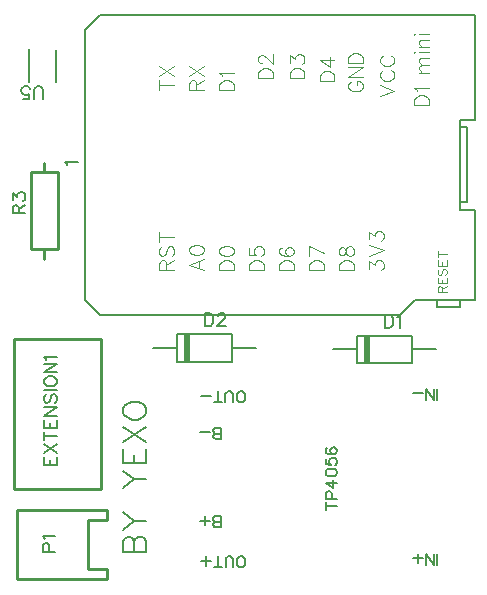
<source format=gto>
G04 Layer: TopSilkLayer*
G04 EasyEDA v6.4.25, 2022-03-11T05:41:43+01:00*
G04 Gerber Generator version 0.2*
G04 Scale: 100 percent, Rotated: No, Reflected: No *
G04 Dimensions in millimeters *
G04 leading zeros omitted , absolute positions ,4 integer and 5 decimal *
%FSLAX45Y45*%
%MOMM*%

%ADD10C,0.2540*%
%ADD20C,0.1270*%
%ADD21C,0.2000*%
%ADD22C,0.1524*%
%ADD23C,0.1016*%
%ADD24C,0.0650*%
%ADD25C,0.2032*%

%LPD*%
D22*
X1251712Y8470900D02*
G01*
X1246378Y8481313D01*
X1230884Y8496808D01*
X1339850Y8496808D01*
D23*
X2030729Y7581900D02*
G01*
X2152141Y7581900D01*
X2030729Y7581900D02*
G01*
X2030729Y7633970D01*
X2036572Y7651242D01*
X2042413Y7656829D01*
X2053843Y7662671D01*
X2065527Y7662671D01*
X2076958Y7656829D01*
X2082800Y7651242D01*
X2088641Y7633970D01*
X2088641Y7581900D01*
X2088641Y7622286D02*
G01*
X2152141Y7662671D01*
X2048256Y7781544D02*
G01*
X2036572Y7770113D01*
X2030729Y7752842D01*
X2030729Y7729728D01*
X2036572Y7712455D01*
X2048256Y7700771D01*
X2059686Y7700771D01*
X2071370Y7706613D01*
X2076958Y7712455D01*
X2082800Y7723886D01*
X2094229Y7758429D01*
X2100072Y7770113D01*
X2105913Y7775955D01*
X2117343Y7781544D01*
X2134870Y7781544D01*
X2146300Y7770113D01*
X2152141Y7752842D01*
X2152141Y7729728D01*
X2146300Y7712455D01*
X2134870Y7700771D01*
X2030729Y7860029D02*
G01*
X2152141Y7860029D01*
X2030729Y7819644D02*
G01*
X2030729Y7900670D01*
X2538729Y7581900D02*
G01*
X2660141Y7581900D01*
X2538729Y7581900D02*
G01*
X2538729Y7622286D01*
X2544572Y7639558D01*
X2556256Y7651242D01*
X2567686Y7656829D01*
X2584958Y7662671D01*
X2613913Y7662671D01*
X2631186Y7656829D01*
X2642870Y7651242D01*
X2654300Y7639558D01*
X2660141Y7622286D01*
X2660141Y7581900D01*
X2538729Y7735570D02*
G01*
X2544572Y7718044D01*
X2561843Y7706613D01*
X2590800Y7700771D01*
X2608072Y7700771D01*
X2637027Y7706613D01*
X2654300Y7718044D01*
X2660141Y7735570D01*
X2660141Y7747000D01*
X2654300Y7764271D01*
X2637027Y7775955D01*
X2608072Y7781544D01*
X2590800Y7781544D01*
X2561843Y7775955D01*
X2544572Y7764271D01*
X2538729Y7747000D01*
X2538729Y7735570D01*
X2792729Y7581900D02*
G01*
X2914141Y7581900D01*
X2792729Y7581900D02*
G01*
X2792729Y7622286D01*
X2798572Y7639558D01*
X2810256Y7651242D01*
X2821686Y7656829D01*
X2838958Y7662671D01*
X2867913Y7662671D01*
X2885186Y7656829D01*
X2896870Y7651242D01*
X2908300Y7639558D01*
X2914141Y7622286D01*
X2914141Y7581900D01*
X2792729Y7770113D02*
G01*
X2792729Y7712455D01*
X2844800Y7706613D01*
X2838958Y7712455D01*
X2833370Y7729728D01*
X2833370Y7747000D01*
X2838958Y7764271D01*
X2850641Y7775955D01*
X2867913Y7781544D01*
X2879343Y7781544D01*
X2896870Y7775955D01*
X2908300Y7764271D01*
X2914141Y7747000D01*
X2914141Y7729728D01*
X2908300Y7712455D01*
X2902458Y7706613D01*
X2891027Y7700771D01*
X3046729Y7581900D02*
G01*
X3168141Y7581900D01*
X3046729Y7581900D02*
G01*
X3046729Y7622286D01*
X3052572Y7639558D01*
X3064256Y7651242D01*
X3075686Y7656829D01*
X3092958Y7662671D01*
X3121913Y7662671D01*
X3139186Y7656829D01*
X3150870Y7651242D01*
X3162300Y7639558D01*
X3168141Y7622286D01*
X3168141Y7581900D01*
X3064256Y7770113D02*
G01*
X3052572Y7764271D01*
X3046729Y7747000D01*
X3046729Y7735570D01*
X3052572Y7718044D01*
X3069843Y7706613D01*
X3098800Y7700771D01*
X3127756Y7700771D01*
X3150870Y7706613D01*
X3162300Y7718044D01*
X3168141Y7735570D01*
X3168141Y7741158D01*
X3162300Y7758429D01*
X3150870Y7770113D01*
X3133343Y7775955D01*
X3127756Y7775955D01*
X3110229Y7770113D01*
X3098800Y7758429D01*
X3092958Y7741158D01*
X3092958Y7735570D01*
X3098800Y7718044D01*
X3110229Y7706613D01*
X3127756Y7700771D01*
X3300729Y7581900D02*
G01*
X3422141Y7581900D01*
X3300729Y7581900D02*
G01*
X3300729Y7622286D01*
X3306572Y7639558D01*
X3318256Y7651242D01*
X3329686Y7656829D01*
X3346958Y7662671D01*
X3375913Y7662671D01*
X3393186Y7656829D01*
X3404870Y7651242D01*
X3416300Y7639558D01*
X3422141Y7622286D01*
X3422141Y7581900D01*
X3300729Y7781544D02*
G01*
X3422141Y7723886D01*
X3300729Y7700771D02*
G01*
X3300729Y7781544D01*
X3554729Y7581900D02*
G01*
X3676141Y7581900D01*
X3554729Y7581900D02*
G01*
X3554729Y7622286D01*
X3560572Y7639558D01*
X3572256Y7651242D01*
X3583686Y7656829D01*
X3600958Y7662671D01*
X3629913Y7662671D01*
X3647186Y7656829D01*
X3658870Y7651242D01*
X3670300Y7639558D01*
X3676141Y7622286D01*
X3676141Y7581900D01*
X3554729Y7729728D02*
G01*
X3560572Y7712455D01*
X3572256Y7706613D01*
X3583686Y7706613D01*
X3595370Y7712455D01*
X3600958Y7723886D01*
X3606800Y7747000D01*
X3612641Y7764271D01*
X3624072Y7775955D01*
X3635756Y7781544D01*
X3653027Y7781544D01*
X3664458Y7775955D01*
X3670300Y7770113D01*
X3676141Y7752842D01*
X3676141Y7729728D01*
X3670300Y7712455D01*
X3664458Y7706613D01*
X3653027Y7700771D01*
X3635756Y7700771D01*
X3624072Y7706613D01*
X3612641Y7718044D01*
X3606800Y7735570D01*
X3600958Y7758429D01*
X3595370Y7770113D01*
X3583686Y7775955D01*
X3572256Y7775955D01*
X3560572Y7770113D01*
X3554729Y7752842D01*
X3554729Y7729728D01*
X3808729Y7593329D02*
G01*
X3808729Y7656829D01*
X3854958Y7622286D01*
X3854958Y7639558D01*
X3860800Y7651242D01*
X3866641Y7656829D01*
X3883913Y7662671D01*
X3895343Y7662671D01*
X3912870Y7656829D01*
X3924300Y7645400D01*
X3930141Y7628128D01*
X3930141Y7610855D01*
X3924300Y7593329D01*
X3918458Y7587742D01*
X3907027Y7581900D01*
X3808729Y7700771D02*
G01*
X3930141Y7747000D01*
X3808729Y7793228D02*
G01*
X3930141Y7747000D01*
X3808729Y7842758D02*
G01*
X3808729Y7906258D01*
X3854958Y7871713D01*
X3854958Y7888986D01*
X3860800Y7900670D01*
X3866641Y7906258D01*
X3883913Y7912100D01*
X3895343Y7912100D01*
X3912870Y7906258D01*
X3924300Y7894828D01*
X3930141Y7877555D01*
X3930141Y7860029D01*
X3924300Y7842758D01*
X3918458Y7837170D01*
X3907027Y7831328D01*
X2284729Y7628128D02*
G01*
X2406141Y7581900D01*
X2284729Y7628128D02*
G01*
X2406141Y7674355D01*
X2365756Y7599171D02*
G01*
X2365756Y7656829D01*
X2284729Y7747000D02*
G01*
X2290572Y7729728D01*
X2307843Y7718044D01*
X2336800Y7712455D01*
X2354072Y7712455D01*
X2383027Y7718044D01*
X2400300Y7729728D01*
X2406141Y7747000D01*
X2406141Y7758429D01*
X2400300Y7775955D01*
X2383027Y7787386D01*
X2354072Y7793228D01*
X2336800Y7793228D01*
X2307843Y7787386D01*
X2290572Y7775955D01*
X2284729Y7758429D01*
X2284729Y7747000D01*
X3897629Y9055100D02*
G01*
X4019041Y9101328D01*
X3897629Y9147555D02*
G01*
X4019041Y9101328D01*
X3926586Y9272270D02*
G01*
X3915156Y9266428D01*
X3903472Y9254744D01*
X3897629Y9243313D01*
X3897629Y9220200D01*
X3903472Y9208770D01*
X3915156Y9197086D01*
X3926586Y9191244D01*
X3943858Y9185655D01*
X3972813Y9185655D01*
X3990086Y9191244D01*
X4001770Y9197086D01*
X4013200Y9208770D01*
X4019041Y9220200D01*
X4019041Y9243313D01*
X4013200Y9254744D01*
X4001770Y9266428D01*
X3990086Y9272270D01*
X3926586Y9396729D02*
G01*
X3915156Y9391142D01*
X3903472Y9379458D01*
X3897629Y9368028D01*
X3897629Y9344913D01*
X3903472Y9333229D01*
X3915156Y9321800D01*
X3926586Y9315958D01*
X3943858Y9310370D01*
X3972813Y9310370D01*
X3990086Y9315958D01*
X4001770Y9321800D01*
X4013200Y9333229D01*
X4019041Y9344913D01*
X4019041Y9368028D01*
X4013200Y9379458D01*
X4001770Y9391142D01*
X3990086Y9396729D01*
X3659886Y9179813D02*
G01*
X3648456Y9173971D01*
X3636772Y9162542D01*
X3630929Y9150858D01*
X3630929Y9127744D01*
X3636772Y9116313D01*
X3648456Y9104629D01*
X3659886Y9099042D01*
X3677158Y9093200D01*
X3706113Y9093200D01*
X3723386Y9099042D01*
X3735070Y9104629D01*
X3746500Y9116313D01*
X3752341Y9127744D01*
X3752341Y9150858D01*
X3746500Y9162542D01*
X3735070Y9173971D01*
X3723386Y9179813D01*
X3706113Y9179813D01*
X3706113Y9150858D02*
G01*
X3706113Y9179813D01*
X3630929Y9217913D02*
G01*
X3752341Y9217913D01*
X3630929Y9217913D02*
G01*
X3752341Y9298686D01*
X3630929Y9298686D02*
G01*
X3752341Y9298686D01*
X3630929Y9336786D02*
G01*
X3752341Y9336786D01*
X3630929Y9336786D02*
G01*
X3630929Y9377171D01*
X3636772Y9394444D01*
X3648456Y9406128D01*
X3659886Y9411970D01*
X3677158Y9417558D01*
X3706113Y9417558D01*
X3723386Y9411970D01*
X3735070Y9406128D01*
X3746500Y9394444D01*
X3752341Y9377171D01*
X3752341Y9336786D01*
X3389629Y9182100D02*
G01*
X3511041Y9182100D01*
X3389629Y9182100D02*
G01*
X3389629Y9222486D01*
X3395472Y9239758D01*
X3407156Y9251442D01*
X3418586Y9257029D01*
X3435858Y9262871D01*
X3464813Y9262871D01*
X3482086Y9257029D01*
X3493770Y9251442D01*
X3505200Y9239758D01*
X3511041Y9222486D01*
X3511041Y9182100D01*
X3389629Y9358629D02*
G01*
X3470656Y9300971D01*
X3470656Y9387586D01*
X3389629Y9358629D02*
G01*
X3511041Y9358629D01*
X3135629Y9207500D02*
G01*
X3257041Y9207500D01*
X3135629Y9207500D02*
G01*
X3135629Y9247886D01*
X3141472Y9265158D01*
X3153156Y9276842D01*
X3164586Y9282429D01*
X3181858Y9288271D01*
X3210813Y9288271D01*
X3228086Y9282429D01*
X3239770Y9276842D01*
X3251200Y9265158D01*
X3257041Y9247886D01*
X3257041Y9207500D01*
X3135629Y9338055D02*
G01*
X3135629Y9401555D01*
X3181858Y9366758D01*
X3181858Y9384029D01*
X3187700Y9395713D01*
X3193541Y9401555D01*
X3210813Y9407144D01*
X3222243Y9407144D01*
X3239770Y9401555D01*
X3251200Y9389871D01*
X3257041Y9372600D01*
X3257041Y9355328D01*
X3251200Y9338055D01*
X3245358Y9332213D01*
X3233927Y9326371D01*
X2868929Y9207500D02*
G01*
X2990341Y9207500D01*
X2868929Y9207500D02*
G01*
X2868929Y9247886D01*
X2874772Y9265158D01*
X2886456Y9276842D01*
X2897886Y9282429D01*
X2915158Y9288271D01*
X2944113Y9288271D01*
X2961386Y9282429D01*
X2973070Y9276842D01*
X2984500Y9265158D01*
X2990341Y9247886D01*
X2990341Y9207500D01*
X2897886Y9332213D02*
G01*
X2892043Y9332213D01*
X2880613Y9338055D01*
X2874772Y9343644D01*
X2868929Y9355328D01*
X2868929Y9378442D01*
X2874772Y9389871D01*
X2880613Y9395713D01*
X2892043Y9401555D01*
X2903727Y9401555D01*
X2915158Y9395713D01*
X2932429Y9384029D01*
X2990341Y9326371D01*
X2990341Y9407144D01*
X2538729Y9105900D02*
G01*
X2660141Y9105900D01*
X2538729Y9105900D02*
G01*
X2538729Y9146286D01*
X2544572Y9163558D01*
X2556256Y9175242D01*
X2567686Y9180829D01*
X2584958Y9186671D01*
X2613913Y9186671D01*
X2631186Y9180829D01*
X2642870Y9175242D01*
X2654300Y9163558D01*
X2660141Y9146286D01*
X2660141Y9105900D01*
X2561843Y9224771D02*
G01*
X2556256Y9236455D01*
X2538729Y9253728D01*
X2660141Y9253728D01*
X2284729Y9105900D02*
G01*
X2406141Y9105900D01*
X2284729Y9105900D02*
G01*
X2284729Y9157970D01*
X2290572Y9175242D01*
X2296413Y9180829D01*
X2307843Y9186671D01*
X2319527Y9186671D01*
X2330958Y9180829D01*
X2336800Y9175242D01*
X2342641Y9157970D01*
X2342641Y9105900D01*
X2342641Y9146286D02*
G01*
X2406141Y9186671D01*
X2284729Y9224771D02*
G01*
X2406141Y9305544D01*
X2284729Y9305544D02*
G01*
X2406141Y9224771D01*
X2030729Y9146286D02*
G01*
X2152141Y9146286D01*
X2030729Y9105900D02*
G01*
X2030729Y9186671D01*
X2030729Y9224771D02*
G01*
X2152141Y9305544D01*
X2030729Y9305544D02*
G01*
X2152141Y9224771D01*
X4189729Y8978900D02*
G01*
X4311141Y8978900D01*
X4189729Y8978900D02*
G01*
X4189729Y9019286D01*
X4195572Y9036558D01*
X4207256Y9048242D01*
X4218686Y9053829D01*
X4235958Y9059671D01*
X4264913Y9059671D01*
X4282186Y9053829D01*
X4293870Y9048242D01*
X4305300Y9036558D01*
X4311141Y9019286D01*
X4311141Y8978900D01*
X4212843Y9097771D02*
G01*
X4207256Y9109455D01*
X4189729Y9126728D01*
X4311141Y9126728D01*
X4230370Y9253728D02*
G01*
X4311141Y9253728D01*
X4253229Y9253728D02*
G01*
X4235958Y9271000D01*
X4230370Y9282429D01*
X4230370Y9299955D01*
X4235958Y9311386D01*
X4253229Y9317228D01*
X4311141Y9317228D01*
X4253229Y9317228D02*
G01*
X4235958Y9334500D01*
X4230370Y9345929D01*
X4230370Y9363455D01*
X4235958Y9374886D01*
X4253229Y9380728D01*
X4311141Y9380728D01*
X4189729Y9418828D02*
G01*
X4195572Y9424670D01*
X4189729Y9430258D01*
X4184141Y9424670D01*
X4189729Y9418828D01*
X4230370Y9424670D02*
G01*
X4311141Y9424670D01*
X4230370Y9468358D02*
G01*
X4311141Y9468358D01*
X4253229Y9468358D02*
G01*
X4235958Y9485629D01*
X4230370Y9497313D01*
X4230370Y9514586D01*
X4235958Y9526270D01*
X4253229Y9531858D01*
X4311141Y9531858D01*
X4189729Y9569958D02*
G01*
X4195572Y9575800D01*
X4189729Y9581642D01*
X4184141Y9575800D01*
X4189729Y9569958D01*
X4230370Y9575800D02*
G01*
X4311141Y9575800D01*
D24*
X4385818Y7391400D02*
G01*
X4463541Y7391400D01*
X4385818Y7391400D02*
G01*
X4385818Y7424673D01*
X4389627Y7435850D01*
X4393184Y7439405D01*
X4400550Y7443215D01*
X4407915Y7443215D01*
X4415281Y7439405D01*
X4419091Y7435850D01*
X4422902Y7424673D01*
X4422902Y7391400D01*
X4422902Y7417308D02*
G01*
X4463541Y7443215D01*
X4385818Y7467600D02*
G01*
X4463541Y7467600D01*
X4385818Y7467600D02*
G01*
X4385818Y7515605D01*
X4422902Y7467600D02*
G01*
X4422902Y7497063D01*
X4463541Y7467600D02*
G01*
X4463541Y7515605D01*
X4396993Y7591552D02*
G01*
X4389627Y7584186D01*
X4385818Y7573263D01*
X4385818Y7558278D01*
X4389627Y7547355D01*
X4396993Y7539989D01*
X4404359Y7539989D01*
X4411725Y7543545D01*
X4415281Y7547355D01*
X4419091Y7554721D01*
X4426458Y7576820D01*
X4430268Y7584186D01*
X4433824Y7587995D01*
X4441190Y7591552D01*
X4452365Y7591552D01*
X4459731Y7584186D01*
X4463541Y7573263D01*
X4463541Y7558278D01*
X4459731Y7547355D01*
X4452365Y7539989D01*
X4385818Y7615936D02*
G01*
X4463541Y7615936D01*
X4385818Y7615936D02*
G01*
X4385818Y7663942D01*
X4422902Y7615936D02*
G01*
X4422902Y7645654D01*
X4463541Y7615936D02*
G01*
X4463541Y7663942D01*
X4385818Y7714234D02*
G01*
X4463541Y7714234D01*
X4385818Y7688326D02*
G01*
X4385818Y7740142D01*
D22*
X3937000Y7201915D02*
G01*
X3937000Y7092950D01*
X3937000Y7201915D02*
G01*
X3973322Y7201915D01*
X3989070Y7196836D01*
X3999229Y7186421D01*
X4004563Y7176008D01*
X4009643Y7160260D01*
X4009643Y7134352D01*
X4004563Y7118858D01*
X3999229Y7108444D01*
X3989070Y7098029D01*
X3973322Y7092950D01*
X3937000Y7092950D01*
X4043934Y7181087D02*
G01*
X4054347Y7186421D01*
X4070095Y7201915D01*
X4070095Y7092950D01*
X2413000Y7214615D02*
G01*
X2413000Y7105650D01*
X2413000Y7214615D02*
G01*
X2449322Y7214615D01*
X2465070Y7209536D01*
X2475229Y7199121D01*
X2480563Y7188708D01*
X2485643Y7172960D01*
X2485643Y7147052D01*
X2480563Y7131558D01*
X2475229Y7121144D01*
X2465070Y7110729D01*
X2449322Y7105650D01*
X2413000Y7105650D01*
X2525268Y7188708D02*
G01*
X2525268Y7193787D01*
X2530347Y7204202D01*
X2535681Y7209536D01*
X2546095Y7214615D01*
X2566670Y7214615D01*
X2577084Y7209536D01*
X2582418Y7204202D01*
X2587497Y7193787D01*
X2587497Y7183373D01*
X2582418Y7172960D01*
X2572004Y7157465D01*
X2519934Y7105650D01*
X2592831Y7105650D01*
X1053084Y5930900D02*
G01*
X1162050Y5930900D01*
X1053084Y5930900D02*
G01*
X1053084Y5998463D01*
X1104900Y5930900D02*
G01*
X1104900Y5972555D01*
X1162050Y5930900D02*
G01*
X1162050Y5998463D01*
X1053084Y6032754D02*
G01*
X1162050Y6105397D01*
X1053084Y6105397D02*
G01*
X1162050Y6032754D01*
X1053084Y6176010D02*
G01*
X1162050Y6176010D01*
X1053084Y6139687D02*
G01*
X1053084Y6212586D01*
X1053084Y6246876D02*
G01*
X1162050Y6246876D01*
X1053084Y6246876D02*
G01*
X1053084Y6314439D01*
X1104900Y6246876D02*
G01*
X1104900Y6288278D01*
X1162050Y6246876D02*
G01*
X1162050Y6314439D01*
X1053084Y6348729D02*
G01*
X1162050Y6348729D01*
X1053084Y6348729D02*
G01*
X1162050Y6421373D01*
X1053084Y6421373D02*
G01*
X1162050Y6421373D01*
X1068578Y6528307D02*
G01*
X1058163Y6517894D01*
X1053084Y6502400D01*
X1053084Y6481571D01*
X1058163Y6466078D01*
X1068578Y6455663D01*
X1078992Y6455663D01*
X1089405Y6460744D01*
X1094739Y6466078D01*
X1099820Y6476492D01*
X1110234Y6507479D01*
X1115313Y6517894D01*
X1120647Y6523228D01*
X1131062Y6528307D01*
X1146555Y6528307D01*
X1156970Y6517894D01*
X1162050Y6502400D01*
X1162050Y6481571D01*
X1156970Y6466078D01*
X1146555Y6455663D01*
X1053084Y6562597D02*
G01*
X1162050Y6562597D01*
X1053084Y6628129D02*
G01*
X1058163Y6617715D01*
X1068578Y6607302D01*
X1078992Y6602221D01*
X1094739Y6596887D01*
X1120647Y6596887D01*
X1136142Y6602221D01*
X1146555Y6607302D01*
X1156970Y6617715D01*
X1162050Y6628129D01*
X1162050Y6648958D01*
X1156970Y6659371D01*
X1146555Y6669786D01*
X1136142Y6674865D01*
X1120647Y6680200D01*
X1094739Y6680200D01*
X1078992Y6674865D01*
X1068578Y6669786D01*
X1058163Y6659371D01*
X1053084Y6648958D01*
X1053084Y6628129D01*
X1053084Y6714489D02*
G01*
X1162050Y6714489D01*
X1053084Y6714489D02*
G01*
X1162050Y6787134D01*
X1053084Y6787134D02*
G01*
X1162050Y6787134D01*
X1073912Y6821423D02*
G01*
X1068578Y6831837D01*
X1053084Y6847331D01*
X1162050Y6847331D01*
X1040384Y5194300D02*
G01*
X1149350Y5194300D01*
X1040384Y5194300D02*
G01*
X1040384Y5241036D01*
X1045463Y5256529D01*
X1050797Y5261863D01*
X1061212Y5266944D01*
X1076705Y5266944D01*
X1087120Y5261863D01*
X1092200Y5256529D01*
X1097534Y5241036D01*
X1097534Y5194300D01*
X1061212Y5301234D02*
G01*
X1055878Y5311647D01*
X1040384Y5327395D01*
X1149350Y5327395D01*
X786384Y8060194D02*
G01*
X895350Y8060194D01*
X786384Y8060194D02*
G01*
X786384Y8106930D01*
X791463Y8122424D01*
X796797Y8127758D01*
X807212Y8132838D01*
X817626Y8132838D01*
X828039Y8127758D01*
X833120Y8122424D01*
X838200Y8106930D01*
X838200Y8060194D01*
X838200Y8096516D02*
G01*
X895350Y8132838D01*
X786384Y8177542D02*
G01*
X786384Y8234692D01*
X828039Y8203704D01*
X828039Y8219198D01*
X833120Y8229612D01*
X838200Y8234692D01*
X853947Y8240026D01*
X864362Y8240026D01*
X879855Y8234692D01*
X890270Y8224278D01*
X895350Y8208784D01*
X895350Y8193290D01*
X890270Y8177542D01*
X885189Y8172462D01*
X874776Y8167128D01*
D25*
X2728722Y5063489D02*
G01*
X2737865Y5068062D01*
X2747263Y5077205D01*
X2751836Y5086350D01*
X2755900Y5099812D01*
X2755900Y5122671D01*
X2751836Y5136387D01*
X2747263Y5145278D01*
X2737865Y5154421D01*
X2728722Y5158994D01*
X2710941Y5158994D01*
X2701797Y5154421D01*
X2692145Y5145278D01*
X2688336Y5136387D01*
X2683763Y5122671D01*
X2683763Y5099812D01*
X2688336Y5086350D01*
X2692145Y5077205D01*
X2701797Y5068062D01*
X2710941Y5063489D01*
X2728722Y5063489D01*
X2653791Y5063489D02*
G01*
X2653791Y5131815D01*
X2648965Y5145278D01*
X2639822Y5154421D01*
X2626359Y5158994D01*
X2617215Y5158994D01*
X2603245Y5154421D01*
X2594609Y5145278D01*
X2590038Y5131815D01*
X2590038Y5063489D01*
X2528315Y5063489D02*
G01*
X2528315Y5158994D01*
X2560065Y5063489D02*
G01*
X2496311Y5063489D01*
X2425191Y5077205D02*
G01*
X2425191Y5158994D01*
X2466340Y5118100D02*
G01*
X2384297Y5118100D01*
X2549143Y5405120D02*
G01*
X2549143Y5500623D01*
X2549143Y5405120D02*
G01*
X2509011Y5405120D01*
X2494788Y5409692D01*
X2490215Y5414263D01*
X2485390Y5423407D01*
X2485390Y5432552D01*
X2490215Y5441442D01*
X2494788Y5446013D01*
X2509011Y5450586D01*
X2549143Y5450586D02*
G01*
X2509011Y5450586D01*
X2494788Y5455157D01*
X2490215Y5459729D01*
X2485390Y5468873D01*
X2485390Y5482336D01*
X2490215Y5491479D01*
X2494788Y5496052D01*
X2509011Y5500623D01*
X2549143Y5500623D01*
X2415286Y5418836D02*
G01*
X2415286Y5500623D01*
X2455418Y5459729D02*
G01*
X2374138Y5459729D01*
X2549906Y6151371D02*
G01*
X2549906Y6247129D01*
X2549906Y6151371D02*
G01*
X2509265Y6151371D01*
X2495295Y6155944D01*
X2490724Y6160770D01*
X2486152Y6169913D01*
X2486152Y6178804D01*
X2490724Y6187694D01*
X2495295Y6192520D01*
X2509265Y6197092D01*
X2549906Y6197092D02*
G01*
X2509265Y6197092D01*
X2495295Y6201663D01*
X2490724Y6205981D01*
X2486152Y6215379D01*
X2486152Y6228842D01*
X2490724Y6237731D01*
X2495295Y6242304D01*
X2509265Y6247129D01*
X2549906Y6247129D01*
X2456179Y6205981D02*
G01*
X2374391Y6205981D01*
X2728975Y6460489D02*
G01*
X2737104Y6465062D01*
X2746502Y6474205D01*
X2751327Y6483350D01*
X2755900Y6496812D01*
X2755900Y6519671D01*
X2751327Y6533387D01*
X2746502Y6542278D01*
X2737104Y6551421D01*
X2728975Y6555994D01*
X2710179Y6555994D01*
X2701543Y6551421D01*
X2692400Y6542278D01*
X2687827Y6533387D01*
X2683002Y6519671D01*
X2683002Y6496812D01*
X2687827Y6483350D01*
X2692400Y6474205D01*
X2701543Y6465062D01*
X2710179Y6460489D01*
X2728975Y6460489D01*
X2653029Y6460489D02*
G01*
X2653029Y6528815D01*
X2648204Y6542278D01*
X2639822Y6551421D01*
X2625852Y6555994D01*
X2616454Y6555994D01*
X2603500Y6551421D01*
X2594102Y6542278D01*
X2589275Y6528815D01*
X2589275Y6460489D01*
X2527554Y6460489D02*
G01*
X2527554Y6555994D01*
X2559304Y6460489D02*
G01*
X2495550Y6460489D01*
X2465577Y6515100D02*
G01*
X2384297Y6515100D01*
X4382008Y5085079D02*
G01*
X4382008Y5180584D01*
X4352036Y5085079D02*
G01*
X4352036Y5180584D01*
X4352036Y5085079D02*
G01*
X4288281Y5180584D01*
X4288281Y5085079D02*
G01*
X4288281Y5180584D01*
X4217415Y5098795D02*
G01*
X4217415Y5180584D01*
X4258309Y5139689D02*
G01*
X4176522Y5139689D01*
X4382008Y6482079D02*
G01*
X4382008Y6577584D01*
X4352036Y6482079D02*
G01*
X4352036Y6577584D01*
X4352036Y6482079D02*
G01*
X4288281Y6577584D01*
X4288281Y6482079D02*
G01*
X4288281Y6577584D01*
X4258309Y6536689D02*
G01*
X4176522Y6536689D01*
X3437890Y5581650D02*
G01*
X3533393Y5581650D01*
X3437890Y5549900D02*
G01*
X3437890Y5613654D01*
X3437890Y5643626D02*
G01*
X3533393Y5643626D01*
X3437890Y5643626D02*
G01*
X3437890Y5684520D01*
X3442461Y5697981D01*
X3447034Y5702554D01*
X3456177Y5707126D01*
X3469893Y5707126D01*
X3478784Y5702554D01*
X3483356Y5697981D01*
X3487927Y5684520D01*
X3487927Y5643626D01*
X3437890Y5782563D02*
G01*
X3501643Y5737097D01*
X3501643Y5805423D01*
X3437890Y5782563D02*
G01*
X3533393Y5782563D01*
X3437890Y5862573D02*
G01*
X3442461Y5849112D01*
X3456177Y5839968D01*
X3478784Y5835395D01*
X3492500Y5835395D01*
X3515106Y5839968D01*
X3528822Y5849112D01*
X3533393Y5862573D01*
X3533393Y5871718D01*
X3528822Y5885434D01*
X3515106Y5894323D01*
X3492500Y5898895D01*
X3478784Y5898895D01*
X3456177Y5894323D01*
X3442461Y5885434D01*
X3437890Y5871718D01*
X3437890Y5862573D01*
X3437890Y5983478D02*
G01*
X3437890Y5938012D01*
X3478784Y5933439D01*
X3474211Y5938012D01*
X3469893Y5951728D01*
X3469893Y5965444D01*
X3474211Y5978905D01*
X3483356Y5988050D01*
X3497072Y5992621D01*
X3506215Y5992621D01*
X3519677Y5988050D01*
X3528822Y5978905D01*
X3533393Y5965444D01*
X3533393Y5951728D01*
X3528822Y5938012D01*
X3524250Y5933439D01*
X3515106Y5928868D01*
X3451606Y6077204D02*
G01*
X3442461Y6072631D01*
X3437890Y6058915D01*
X3437890Y6050026D01*
X3442461Y6036310D01*
X3456177Y6027165D01*
X3478784Y6022594D01*
X3501643Y6022594D01*
X3519677Y6027165D01*
X3528822Y6036310D01*
X3533393Y6050026D01*
X3533393Y6054344D01*
X3528822Y6068060D01*
X3519677Y6077204D01*
X3506215Y6081776D01*
X3501643Y6081776D01*
X3487927Y6077204D01*
X3478784Y6068060D01*
X3474211Y6054344D01*
X3474211Y6050026D01*
X3478784Y6036310D01*
X3487927Y6027165D01*
X3501643Y6022594D01*
D22*
X1041400Y9028684D02*
G01*
X1041400Y9106662D01*
X1036320Y9122155D01*
X1025905Y9132570D01*
X1010157Y9137650D01*
X999744Y9137650D01*
X984250Y9132570D01*
X973836Y9122155D01*
X968755Y9106662D01*
X968755Y9028684D01*
X871981Y9028684D02*
G01*
X924052Y9028684D01*
X929131Y9075420D01*
X924052Y9070339D01*
X908304Y9065005D01*
X892810Y9065005D01*
X877315Y9070339D01*
X866902Y9080500D01*
X861568Y9096247D01*
X861568Y9106662D01*
X866902Y9122155D01*
X877315Y9132570D01*
X892810Y9137650D01*
X908304Y9137650D01*
X924052Y9132570D01*
X929131Y9127489D01*
X934465Y9117076D01*
D25*
X1725421Y5194300D02*
G01*
X1919223Y5194300D01*
X1725421Y5194300D02*
G01*
X1725421Y5277357D01*
X1734565Y5305044D01*
X1743710Y5314442D01*
X1762252Y5323586D01*
X1780794Y5323586D01*
X1799336Y5314442D01*
X1808479Y5305044D01*
X1817623Y5277357D01*
X1817623Y5194300D02*
G01*
X1817623Y5277357D01*
X1827021Y5305044D01*
X1836165Y5314442D01*
X1854707Y5323586D01*
X1882394Y5323586D01*
X1900936Y5314442D01*
X1910079Y5305044D01*
X1919223Y5277357D01*
X1919223Y5194300D01*
X1725421Y5384545D02*
G01*
X1817623Y5458460D01*
X1919223Y5458460D01*
X1725421Y5532373D02*
G01*
X1817623Y5458460D01*
X1725421Y5735573D02*
G01*
X1817623Y5809487D01*
X1919223Y5809487D01*
X1725421Y5883402D02*
G01*
X1817623Y5809487D01*
X1725421Y5944362D02*
G01*
X1919223Y5944362D01*
X1725421Y5944362D02*
G01*
X1725421Y6064250D01*
X1817623Y5944362D02*
G01*
X1817623Y6018276D01*
X1919223Y5944362D02*
G01*
X1919223Y6064250D01*
X1725421Y6125210D02*
G01*
X1919223Y6254750D01*
X1725421Y6254750D02*
G01*
X1919223Y6125210D01*
X1725421Y6371081D02*
G01*
X1734565Y6352539D01*
X1753107Y6333997D01*
X1771650Y6324854D01*
X1799336Y6315710D01*
X1845310Y6315710D01*
X1873250Y6324854D01*
X1891537Y6333997D01*
X1910079Y6352539D01*
X1919223Y6371081D01*
X1919223Y6407912D01*
X1910079Y6426454D01*
X1891537Y6444995D01*
X1873250Y6454139D01*
X1845310Y6463284D01*
X1799336Y6463284D01*
X1771650Y6454139D01*
X1753107Y6444995D01*
X1734565Y6426454D01*
X1725421Y6407912D01*
X1725421Y6371081D01*
G36*
X3761841Y7026300D02*
G01*
X3761841Y6791198D01*
X3811981Y6791198D01*
X3811981Y7026300D01*
G37*
G36*
X2237841Y7039000D02*
G01*
X2237841Y6803898D01*
X2287981Y6803898D01*
X2287981Y7039000D01*
G37*
D20*
X4699000Y9740900D02*
G01*
X4699000Y8851900D01*
X4572000Y8851900D01*
X4572000Y8788400D01*
X4572000Y8153400D01*
X4572000Y8089900D01*
X4699000Y8089900D01*
X4699000Y7327900D01*
X4572000Y7327900D01*
X4381500Y7327900D01*
X4191000Y7327900D01*
X4064000Y7200900D01*
X1524000Y7200900D01*
X1397000Y7327900D01*
X1397000Y9613900D01*
X1524000Y9740900D01*
X4699000Y9740900D01*
X4381500Y7327900D02*
G01*
X4381500Y7264400D01*
X4572000Y7264400D01*
X4572000Y7327900D01*
X4572000Y8153400D02*
G01*
X4635500Y8153400D01*
X4635500Y8788400D01*
X4572000Y8788400D01*
X3704488Y7026300D02*
G01*
X3704488Y6908800D01*
X3704488Y6791299D01*
X4169511Y6791299D01*
X4169511Y6908800D01*
X4169511Y7026300D01*
X3704488Y7026300D01*
X3501491Y6908800D02*
G01*
X3704488Y6908800D01*
X4169511Y6908800D02*
G01*
X4372508Y6908800D01*
X2180488Y7039000D02*
G01*
X2180488Y6921500D01*
X2180488Y6803999D01*
X2645511Y6803999D01*
X2645511Y6921500D01*
X2645511Y7039000D01*
X2180488Y7039000D01*
X1977491Y6921500D02*
G01*
X2180488Y6921500D01*
X2645511Y6921500D02*
G01*
X2848508Y6921500D01*
D10*
X800100Y6997700D02*
G01*
X1536700Y6997700D01*
X1536700Y5727700D01*
X800100Y5727700D01*
X800100Y6997700D01*
X822799Y4962799D02*
G01*
X822799Y5552800D01*
X1422801Y5047800D02*
G01*
X1422801Y5467799D01*
X1582803Y4962799D02*
G01*
X1582801Y5047800D01*
X1582801Y5467799D02*
G01*
X1582801Y5552803D01*
X1582801Y5467799D02*
G01*
X1422803Y5467799D01*
X1582803Y5047800D02*
G01*
X1422801Y5047800D01*
X1582801Y4962799D02*
G01*
X822799Y4962799D01*
X822799Y5552800D02*
G01*
X1582801Y5552800D01*
X1054100Y7746994D02*
G01*
X1054100Y7670794D01*
X1054100Y8407394D02*
G01*
X1054100Y8483594D01*
X939800Y7759687D02*
G01*
X939800Y8407387D01*
X1168400Y8407387D01*
X1168400Y7759687D01*
X939800Y7759687D01*
D21*
X927100Y9448800D02*
G01*
X927100Y9172575D01*
X927100Y9178925D01*
X1155700Y9175750D02*
G01*
X1155700Y9290050D01*
X1155700Y9442450D01*
X1155700Y9283700D01*
M02*

</source>
